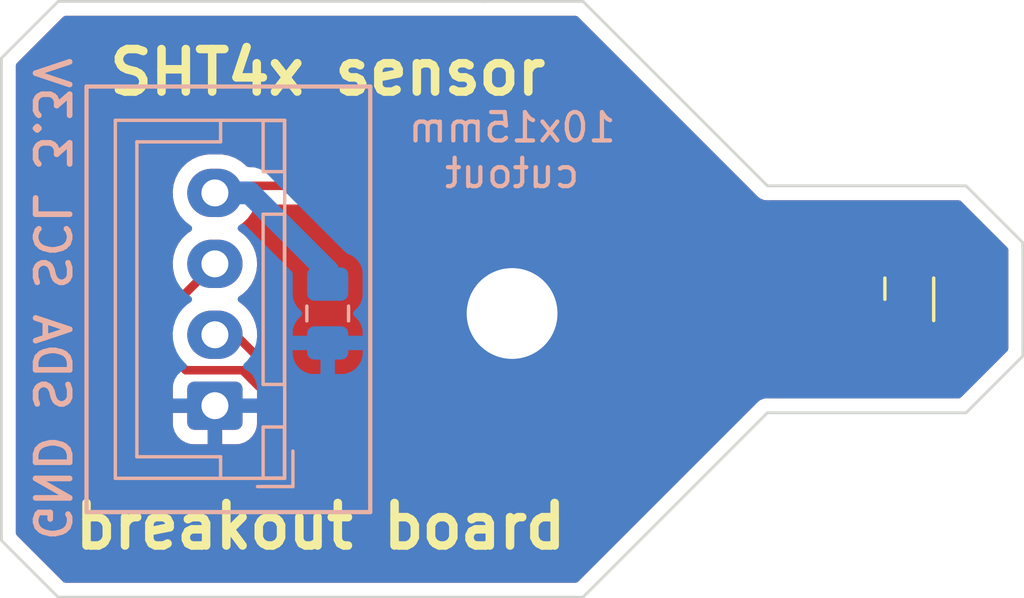
<source format=kicad_pcb>
(kicad_pcb (version 20211014) (generator pcbnew)
  (layers (0 "F.Cu" signal) (31 "B.Cu" signal) (34 "B.Paste" user) (35 "F.Paste" user) (36 "B.SilkS" user "B.Silkscreen") (37 "F.SilkS" user "F.Silkscreen") (38 "B.Mask" user) (39 "F.Mask" user) (44 "Edge.Cuts" user))
  (net 0 "")
  (net 1 "GND")
  (net 2 "+3.3V")
  (net 3 "/SDA_3.3V")
  (net 4 "/SCL_3.3V")
  (footprint "Sensor_Humidity:Sensirion_DFN-4_1.5x1.5mm_P0.8mm_SHT4x_NoCentralPad" (layer "F.Cu") (at 148 81.5 90)
    (fp_text reference "U2" hide)
    (fp_text value " SHT41-AD1F-R2")
    (fp_line (start -0.75 0.86) (end 0.75 0.86) (layer "F.SilkS") (width 0.12))
    (fp_line (start 0 -0.86) (end 0.75 -0.86) (layer "F.SilkS") (width 0.12))
    (pad "1" smd rect (at -0.7 -0.4 90) (size 0.5 0.3) (layers "F.Cu" "F.Paste" "F.Mask") (net 3 "/SDA_3.3V"))
    (pad "2" smd rect (at -0.7 0.4 90) (size 0.5 0.3) (layers "F.Cu" "F.Paste" "F.Mask") (net 4 "/SCL_3.3V"))
    (pad "3" smd rect (at 0.7 0.4 90) (size 0.5 0.3) (layers "F.Cu" "F.Paste" "F.Mask") (net 2 "+3.3V"))
    (pad "4" smd rect (at 0.7 -0.4 90) (size 0.5 0.3) (layers "F.Cu" "F.Paste" "F.Mask") (net 1 "GND"))
    (zone (net 0) (net_name "") (layer "F.Cu") (connect_pads (clearance 0)) (min_thickness 0.254)
      (keepout (tracks not_allowed) (vias not_allowed) (pads allowed) (copperpour not_allowed) (footprints allowed))
      (fill (thermal_gap 0.508) (thermal_bridge_width 0.508))
      (polygon (pts (xy 147.45 80.75) (xy 147.45 81.05) (xy 147.75 81.05) (xy 147.75 80.75) (xy 148.25 80.75) (xy 148.25 81.05) (xy 148.55 81.05) (xy 148.55 80.75) (xy 148.75 80.75) (xy 148.75 82.25) (xy 148.55 82.25) (xy 148.55 81.95) (xy 148.25 81.95) (xy 148.25 82.25) (xy 147.75 82.25) (xy 147.75 81.95) (xy 147.45 81.95) (xy 147.45 82.25) (xy 147.25 82.25) (xy 147.25 80.75)))
    )
  )
  (footprint "_footprints:Via_ScrewHole_3mm" (layer "F.Cu") (at 134 82)
    (fp_text reference "U1" hide)
    (fp_text value "Screw")
    (pad "1" thru_hole circle (at 0 0) (size 6.2 6.2) (drill 3.2) (layers *.Cu *.Mask) (net 1 "GND"))
  )
  (footprint "Connector_JST:JST_XH_B4B-XH-A_1x04_P2.50mm_Vertical" (layer "B.Cu") (at 123.525 85.25 90)
    (fp_text reference "J1" hide)
    (fp_text value "ext. SHT41")
    (fp_line (start -1.8 0.2) (end -1.8 -2.75) (layer "B.SilkS") (width 0.12))
    (fp_line (start 10.06 -3.51) (end 10.06 2.46) (layer "B.SilkS") (width 0.12))
    (fp_line (start -2.85 2.75) (end -2.85 1.5) (layer "B.SilkS") (width 0.12))
    (fp_line (start -1.6 2.75) (end -2.85 2.75) (layer "B.SilkS") (width 0.12))
    (fp_line (start 6.75 2.45) (end 0.75 2.45) (layer "B.SilkS") (width 0.12))
    (fp_line (start -0.75 1.7) (end -0.75 2.45) (layer "B.SilkS") (width 0.12))
    (fp_line (start -1.8 -2.75) (end 3.75 -2.75) (layer "B.SilkS") (width 0.12))
    (fp_line (start 10.05 1.7) (end 10.05 2.45) (layer "B.SilkS") (width 0.12))
    (fp_line (start 8.25 2.45) (end 8.25 1.7) (layer "B.SilkS") (width 0.12))
    (fp_line (start -0.75 2.45) (end -2.55 2.45) (layer "B.SilkS") (width 0.12))
    (fp_line (start 10.06 2.46) (end -2.56 2.46) (layer "B.SilkS") (width 0.12))
    (fp_line (start 8.25 1.7) (end 10.05 1.7) (layer "B.SilkS") (width 0.12))
    (fp_line (start -2.56 2.46) (end -2.56 -3.51) (layer "B.SilkS") (width 0.12))
    (fp_line (start 6.75 1.7) (end 6.75 2.45) (layer "B.SilkS") (width 0.12))
    (fp_line (start 0.75 2.45) (end 0.75 1.7) (layer "B.SilkS") (width 0.12))
    (fp_line (start 0.75 1.7) (end 6.75 1.7) (layer "B.SilkS") (width 0.12))
    (fp_line (start -2.55 2.45) (end -2.55 1.7) (layer "B.SilkS") (width 0.12))
    (fp_line (start 9.3 0.2) (end 9.3 -2.75) (layer "B.SilkS") (width 0.12))
    (fp_line (start -2.55 1.7) (end -0.75 1.7) (layer "B.SilkS") (width 0.12))
    (fp_line (start 10.05 0.2) (end 9.3 0.2) (layer "B.SilkS") (width 0.12))
    (fp_line (start 10.05 2.45) (end 8.25 2.45) (layer "B.SilkS") (width 0.12))
    (fp_line (start -2.56 -3.51) (end 10.06 -3.51) (layer "B.SilkS") (width 0.12))
    (fp_line (start 9.3 -2.75) (end 3.75 -2.75) (layer "B.SilkS") (width 0.12))
    (fp_line (start -2.55 0.2) (end -1.8 0.2) (layer "B.SilkS") (width 0.12))
    (pad "1" thru_hole roundrect (at 0 0 90) (size 1.7 1.95) (drill 0.95) (layers *.Cu *.Mask) (roundrect_rratio 0.1470588235) (net 1 "GND"))
    (pad "2" thru_hole oval (at 2.5 0 90) (size 1.7 1.95) (drill 0.95) (layers *.Cu *.Mask) (net 3 "/SDA_3.3V"))
    (pad "3" thru_hole oval (at 5 0 90) (size 1.7 1.95) (drill 0.95) (layers *.Cu *.Mask) (net 4 "/SCL_3.3V"))
    (pad "4" thru_hole oval (at 7.5 0 90) (size 1.7 1.95) (drill 0.95) (layers *.Cu *.Mask) (net 2 "+3.3V"))
  )
  (footprint "Capacitor_SMD:C_0805_2012Metric_Pad1.18x1.45mm_HandSolder" (layer "B.Cu") (at 127.5 82 90)
    (fp_text reference "C1" hide)
    (fp_text value "100n")
    (fp_line (start -0.261252 -0.735) (end 0.261252 -0.735) (layer "B.SilkS") (width 0.12))
    (fp_line (start -0.261252 0.735) (end 0.261252 0.735) (layer "B.SilkS") (width 0.12))
    (pad "1" smd roundrect (at -1.0375 0 90) (size 1.175 1.45) (layers "B.Cu" "B.Paste" "B.Mask") (roundrect_rratio 0.2127659574) (net 1 "GND"))
    (pad "2" smd roundrect (at 1.0375 0 90) (size 1.175 1.45) (layers "B.Cu" "B.Paste" "B.Mask") (roundrect_rratio 0.2127659574) (net 2 "+3.3V"))
  )
  (gr_line (start 119 74) (end 129 74) (layer "B.SilkS") (width 0.15))
  (gr_line (start 129 74) (end 129 89) (layer "B.SilkS") (width 0.15))
  (gr_line (start 119 89) (end 119 74) (layer "B.SilkS") (width 0.15))
  (gr_line (start 129 89) (end 119 89) (layer "B.SilkS") (width 0.15))
  (gr_line (start 118 71) (end 133 71) (layer "Edge.Cuts") (width 0.1))
  (gr_line (start 118 71) (end 116 73) (layer "Edge.Cuts") (width 0.1))
  (gr_line (start 150 85.5) (end 143 85.5) (layer "Edge.Cuts") (width 0.1))
  (gr_line (start 136.5 71) (end 143 77.5) (layer "Edge.Cuts") (width 0.1))
  (gr_line (start 152 79.5) (end 150 77.5) (layer "Edge.Cuts") (width 0.1))
  (gr_line (start 150 85.5) (end 152 83.5) (layer "Edge.Cuts") (width 0.1))
  (gr_line (start 136.5 92) (end 118 92) (layer "Edge.Cuts") (width 0.1))
  (gr_line (start 116 90) (end 118 92) (layer "Edge.Cuts") (width 0.1))
  (gr_line (start 133 71) (end 136.5 71) (layer "Edge.Cuts") (width 0.1))
  (gr_line (start 152 83.5) (end 152 79.5) (layer "Edge.Cuts") (width 0.1))
  (gr_line (start 143 77.5) (end 150 77.5) (layer "Edge.Cuts") (width 0.1))
  (gr_line (start 116 73) (end 116 90) (layer "Edge.Cuts") (width 0.1))
  (gr_line (start 143 85.5) (end 136.5 92) (layer "Edge.Cuts") (width 0.1))
  (gr_text "GND SDA SCL 3.3V" (at 117.75 81.5 270) (layer "B.SilkS") (effects (font (size 1.2 1.2) (thickness 0.2)) (justify mirror)))
  (gr_text "10x15mm\ncutout" (at 134 76.25) (layer "B.SilkS") (effects (font (size 1 1)) (justify mirror)))
  (gr_text "breakout board" (at 127.25 89.5) (layer "F.SilkS") (effects (font (size 1.5 1.5) (thickness 0.3))))
  (gr_text "SHT4x sensor" (at 127.5 73.5) (layer "F.SilkS") (effects (font (size 1.5 1.5) (thickness 0.3))))
  (segment (start 147.6 80.8) (end 147.6 80.6) (width 0.25) (layer "F.Cu") (net 1))
  (segment (start 147.6 80.6) (end 146.9 80.6) (width 0.25) (layer "F.Cu") (net 1))
  (segment (start 146.9 80.6) (end 146.75 80.75) (width 0.25) (layer "F.Cu") (net 1))
  (segment (start 123.775 77.5) (end 123.525 77.75) (width 0.3) (layer "F.Cu") (net 2))
  (segment (start 148.4 80.4) (end 147.75 79.75) (width 0.3) (layer "F.Cu") (net 2))
  (segment (start 148.4 80.8) (end 148.4 80.4) (width 0.3) (layer "F.Cu") (net 2))
  (segment (start 137.5 77.5) (end 136.75 77.5) (width 0.3) (layer "F.Cu") (net 2))
  (segment (start 147.75 79.75) (end 139.75 79.75) (width 0.3) (layer "F.Cu") (net 2))
  (segment (start 139.75 79.75) (end 137.5 77.5) (width 0.3) (layer "F.Cu") (net 2))
  (segment (start 137 77.5) (end 123.775 77.5) (width 0.3) (layer "F.Cu") (net 2))
  (segment (start 127.5 80.9625) (end 127.5 80.5) (width 0.8) (layer "B.Cu") (net 2))
  (segment (start 127.5 80.5) (end 124.75 77.75) (width 0.8) (layer "B.Cu") (net 2))
  (segment (start 124.75 77.75) (end 123.525 77.75) (width 0.8) (layer "B.Cu") (net 2))
  (segment (start 124.25 82.75) (end 123.525 82.75) (width 0.3) (layer "F.Cu") (net 3))
  (segment (start 137.25 86.25) (end 127.75 86.25) (width 0.3) (layer "F.Cu") (net 3))
  (segment (start 140.25 83.25) (end 137.25 86.25) (width 0.3) (layer "F.Cu") (net 3))
  (segment (start 147.6 82.2) (end 147.6 82.4) (width 0.3) (layer "F.Cu") (net 3))
  (segment (start 147.6 82.4) (end 146.75 83.25) (width 0.3) (layer "F.Cu") (net 3))
  (segment (start 146.75 83.25) (end 140.25 83.25) (width 0.3) (layer "F.Cu") (net 3))
  (segment (start 127.75 86.25) (end 124.25 82.75) (width 0.3) (layer "F.Cu") (net 3))
  (segment (start 148.4 82.2) (end 148.4 82.85) (width 0.3) (layer "F.Cu") (net 4))
  (segment (start 148.4 82.85) (end 147.25 84) (width 0.3) (layer "F.Cu") (net 4))
  (segment (start 147.25 84) (end 140.5 84) (width 0.3) (layer "F.Cu") (net 4))
  (segment (start 127.5 87) (end 124.5 84) (width 0.3) (layer "F.Cu") (net 4))
  (segment (start 137.5 87) (end 127.5 87) (width 0.3) (layer "F.Cu") (net 4))
  (segment (start 121.75 82.025) (end 123.525 80.25) (width 0.3) (layer "F.Cu") (net 4))
  (segment (start 122.5 84) (end 121.75 83.25) (width 0.3) (layer "F.Cu") (net 4))
  (segment (start 121.75 83.25) (end 121.75 82.025) (width 0.3) (layer "F.Cu") (net 4))
  (segment (start 124.5 84) (end 122.5 84) (width 0.3) (layer "F.Cu") (net 4))
  (segment (start 140.5 84) (end 137.5 87) (width 0.3) (layer "F.Cu") (net 4))
  (zone (net 1) (net_name "GND") (layers F&B.Cu) (connect_pads (clearance 0.508)) (min_thickness 0.254) (fill yes (thermal_gap 0.508) (thermal_bridge_width 0.508))
    (polygon (pts (xy 152 92) (xy 116 92) (xy 116 71) (xy 152 71)))
  )
)
</source>
